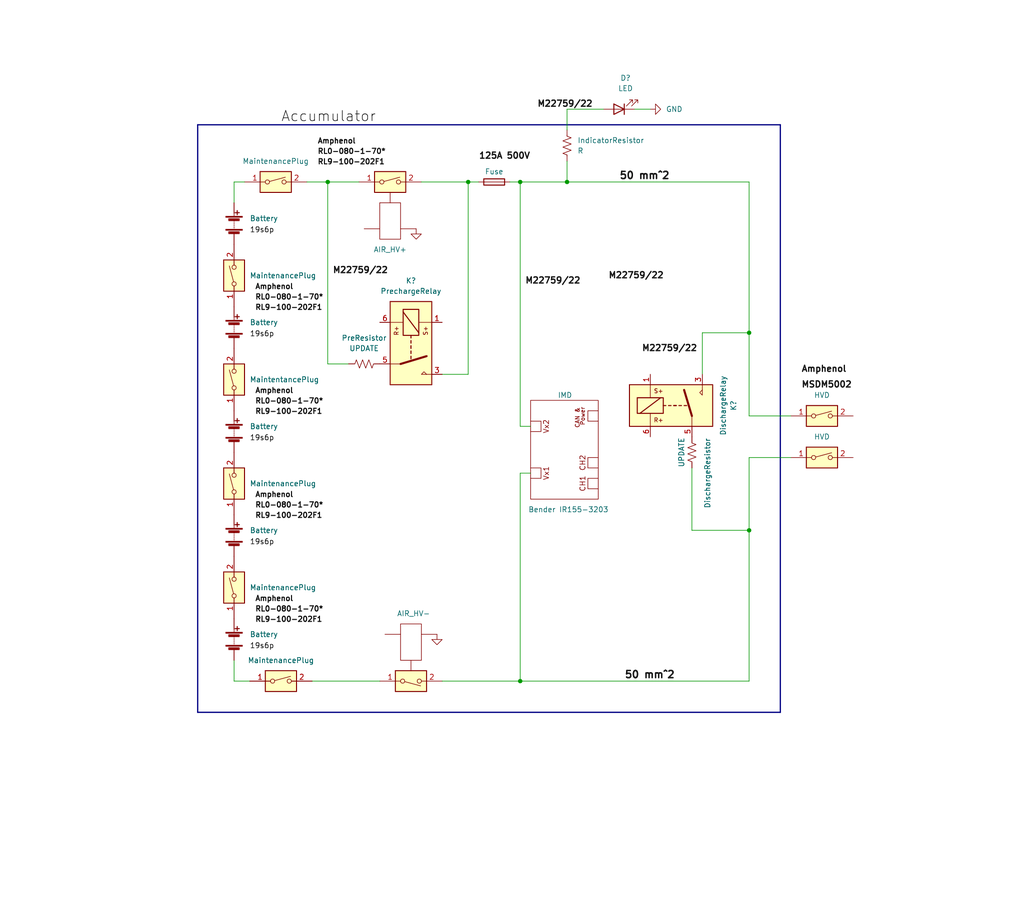
<source format=kicad_sch>
(kicad_sch (version 20211123) (generator eeschema)
  (paper "User" 250.012 224.993)
  (title_block (title "Accumulator Tractive System Schematic") (date "2023-11-10") (rev "2") (company "Rensselaer Motorsport"))
  (lib_symbols
    (symbol "Device:Battery" (pin_numbers hide) (pin_names (offset 0) hide)
      (property "Reference" "BT" (at 2.54 2.54 0))
      (property "Value" "Battery" (at 2.54 0 0))
      (symbol "Battery_0_1"
        (rectangle (start -2.032 -1.397) (end 2.032 -1.651) (fill (type outline)))
        (rectangle (start -2.032 1.778) (end 2.032 1.524) (fill (type outline)))
        (rectangle (start -1.3208 -1.9812) (end 1.27 -2.4892) (fill (type outline)))
        (rectangle (start -1.3208 1.1938) (end 1.27 0.6858) (fill (type outline)))
        (polyline (pts (xy 0 -1.524) (xy 0 -1.27)))
        (polyline (pts (xy 0 -1.016) (xy 0 -0.762)))
        (polyline (pts (xy 0 -0.508) (xy 0 -0.254)))
        (polyline (pts (xy 0 0) (xy 0 0.254)))
        (polyline (pts (xy 0 0.508) (xy 0 0.762)))
        (polyline (pts (xy 0 1.778) (xy 0 2.54)))
        (polyline (pts (xy 0.254 2.667) (xy 1.27 2.667)) (stroke (width 0.254)))
        (polyline (pts (xy 0.762 3.175) (xy 0.762 2.159)) (stroke (width 0.254)))
      )
      (symbol "Battery_1_1"
        (pin passive line (at 0 5.08 270) (length 2.54) (name "+") (number "1"))
        (pin passive line (at 0 -5.08 90) (length 2.54) (name "-") (number "2"))
      )
    )
    (symbol "Device:Fuse" (pin_numbers hide) (pin_names (offset 0))
      (property "Reference" "F" (at 2.032 0 90))
      (property "Value" "Fuse" (at -1.905 0 90))
      (symbol "Fuse_0_1"
        (rectangle (start -0.762 -2.54) (end 0.762 2.54) (stroke (width 0.254)))
        (polyline (pts (xy 0 2.54) (xy 0 -2.54)))
      )
      (symbol "Fuse_1_1"
        (pin passive line (at 0 3.81 270) (length 1.27) (name "~") (number "1"))
        (pin passive line (at 0 -3.81 90) (length 1.27) (name "~") (number "2"))
      )
    )
    (symbol "Device:LED" (pin_numbers hide) (pin_names (offset 1.016) hide)
      (property "Reference" "D" (at 0 2.54 0))
      (property "Value" "LED" (at 0 -2.54 0))
      (symbol "LED_0_1"
        (polyline (pts (xy -1.27 -1.27) (xy -1.27 1.27)) (stroke (width 0.254)))
        (polyline (pts (xy -1.27 0) (xy 1.27 0)))
        (polyline (pts (xy 1.27 -1.27) (xy 1.27 1.27) (xy -1.27 0) (xy 1.27 -1.27)) (stroke (width 0.254)))
        (polyline (pts (xy -3.048 -0.762) (xy -4.572 -2.286) (xy -3.81 -2.286) (xy -4.572 -2.286) (xy -4.572 -1.524)))
        (polyline (pts (xy -1.778 -0.762) (xy -3.302 -2.286) (xy -2.54 -2.286) (xy -3.302 -2.286) (xy -3.302 -1.524)))
      )
      (symbol "LED_1_1"
        (pin passive line (at -3.81 0 0) (length 2.54) (name "K") (number "1"))
        (pin passive line (at 3.81 0 180) (length 2.54) (name "A") (number "2"))
      )
    )
    (symbol "Device:R_US" (pin_numbers hide) (pin_names (offset 0))
      (property "Reference" "R" (at 2.54 0 90))
      (property "Value" "R_US" (at -2.54 0 90))
      (symbol "R_US_0_1"
        (polyline (pts (xy 0 -2.286) (xy 0 -2.54)))
        (polyline (pts (xy 0 2.286) (xy 0 2.54)))
        (polyline (pts (xy 0 -0.762) (xy 1.016 -1.143) (xy 0 -1.524) (xy -1.016 -1.905) (xy 0 -2.286)))
        (polyline (pts (xy 0 0.762) (xy 1.016 0.381) (xy 0 0) (xy -1.016 -0.381) (xy 0 -0.762)))
        (polyline (pts (xy 0 2.286) (xy 1.016 1.905) (xy 0 1.524) (xy -1.016 1.143) (xy 0 0.762)))
      )
      (symbol "R_US_1_1"
        (pin passive line (at 0 3.81 270) (length 1.27) (name "~") (number "1"))
        (pin passive line (at 0 -3.81 90) (length 1.27) (name "~") (number "2"))
      )
    )
    (symbol "Random:AIR_HV+" (pin_names (offset 0) hide)
      (property "Value" "AIR_HV+" (at 0 -15.24 0))
      (symbol "AIR_HV+_0_0"
        (circle (center -2.032 0) (radius 0.508))
        (polyline (pts (xy -1.524 0.127) (xy 2.3622 1.1684)))
        (circle (center 2.032 0) (radius 0.508))
      )
      (symbol "AIR_HV+_0_1"
        (rectangle (start -3.81 2.54) (end 3.81 -2.54) (stroke (width 0.254)) (fill (type background)))
        (rectangle (start -2.54 -5.08) (end 2.54 -13.97))
        (polyline (pts (xy -6.35 -11.43) (xy -2.54 -11.43)))
        (polyline (pts (xy 0 -5.08) (xy 0 -2.54)))
        (polyline (pts (xy 2.54 -11.43) (xy 6.35 -11.43)))
        (polyline (pts (xy 6.35 -11.43) (xy 6.35 -12.7) (xy 5.08 -12.7) (xy 6.35 -13.97) (xy 7.62 -12.7) (xy 6.35 -12.7)))
      )
      (symbol "AIR_HV+_1_1"
        (pin passive line (at -7.62 0 0) (length 5.08) (name "~") (number "1"))
        (pin passive line (at 7.62 0 180) (length 5.08) (name "~") (number "2"))
      )
    )
    (symbol "Random:AIR_HV-" (pin_names (offset 0) hide)
      (property "Value" "AIR_HV-" (at 0 15.24 0))
      (symbol "AIR_HV-_0_0"
        (circle (center -2.032 0) (radius 0.508))
        (polyline (pts (xy -1.524 -0.127) (xy 2.3622 -1.1684)))
        (circle (center 2.032 0) (radius 0.508))
      )
      (symbol "AIR_HV-_0_1"
        (polyline (pts (xy -2.54 11.43) (xy -6.35 11.43)))
        (polyline (pts (xy 0 5.08) (xy 0 2.54)))
        (polyline (pts (xy 6.35 11.43) (xy 2.54 11.43)))
        (polyline (pts (xy 6.35 11.43) (xy 6.35 10.16) (xy 7.62 10.16) (xy 6.35 8.89) (xy 5.08 10.16) (xy 6.35 10.16)))
        (rectangle (start 2.54 5.08) (end -2.54 13.97))
        (rectangle (start 3.81 2.54) (end -3.81 -2.54) (stroke (width 0.254)) (fill (type background)))
      )
      (symbol "AIR_HV-_1_1"
        (pin passive line (at -7.62 0 0) (length 5.08) (name "~") (number "1"))
        (pin passive line (at 7.62 0 180) (length 5.08) (name "~") (number "2"))
      )
    )
    (symbol "Random:SIM101MLQ"
      (property "Reference" "IMD" (at 1.27 13.97 90))
      (property "Value" "SIM101MLQ" (at 1.27 -19.05 90))
      (symbol "SIM101MLQ_0_0"
        (text "CAN & " (at 8.89 -2.54 0) (effects (font (size 1 1))))
        (text "CH1" (at -7.62 -3.81 0) (effects (font (size 1.27 1.27))))
        (text "CH2" (at -2.54 -3.81 0) (effects (font (size 1.27 1.27))))
        (text "Power" (at 8.89 -3.81 0) (effects (font (size 1 1))))
        (text "Vx1" (at -5.08 5.08 0) (effects (font (size 1.27 1.27))))
        (text "Vx2" (at 6.35 5.08 0) (effects (font (size 1.27 1.27))))
      )
      (symbol "SIM101MLQ_0_1"
        (rectangle (start -11.43 8.89) (end 12.7 -7.62))
        (polyline (pts (xy -8.89 -7.62) (xy -8.89 -5.08) (xy -6.35 -5.08) (xy -6.35 -7.62)))
        (polyline (pts (xy -6.35 8.89) (xy -6.35 6.35) (xy -3.81 6.35) (xy -3.81 8.89)))
        (polyline (pts (xy -3.81 -7.62) (xy -3.81 -5.08) (xy -1.27 -5.08) (xy -1.27 -7.62)))
        (polyline (pts (xy 5.08 8.89) (xy 5.08 6.35) (xy 7.62 6.35) (xy 7.62 8.89)))
        (polyline (pts (xy 10.16 -7.62) (xy 10.16 -5.08) (xy 7.62 -5.08) (xy 7.62 -7.62)))
      )
    )
    (symbol "Relay:ADW11"
      (property "Reference" "K" (at 11.43 3.81 0))
      (property "Value" "ADW11" (at 13.97 1.27 0))
      (symbol "ADW11_1_1"
        (rectangle (start -10.16 5.08) (end 10.16 -5.08) (stroke (width 0.254)) (fill (type background)))
        (rectangle (start -8.255 1.905) (end -1.905 -1.905) (stroke (width 0.254)))
        (polyline (pts (xy -7.62 -1.905) (xy -2.54 1.905)) (stroke (width 0.254)))
        (polyline (pts (xy -5.08 -5.08) (xy -5.08 -1.905)))
        (polyline (pts (xy -5.08 5.08) (xy -5.08 1.905)))
        (polyline (pts (xy -1.905 0) (xy -1.27 0)) (stroke (width 0.254)))
        (polyline (pts (xy -0.635 0) (xy 0 0)) (stroke (width 0.254)))
        (polyline (pts (xy 0.635 0) (xy 1.27 0)) (stroke (width 0.254)))
        (polyline (pts (xy 0.635 0) (xy 1.27 0)) (stroke (width 0.254)))
        (polyline (pts (xy 1.905 0) (xy 2.54 0)) (stroke (width 0.254)))
        (polyline (pts (xy 3.175 0) (xy 3.81 0)) (stroke (width 0.254)))
        (polyline (pts (xy 5.08 -2.54) (xy 3.175 3.81)) (stroke (width 0.508)))
        (polyline (pts (xy 5.08 -2.54) (xy 5.08 -5.08)))
        (polyline (pts (xy 7.62 3.81) (xy 7.62 5.08)))
        (polyline (pts (xy 7.62 3.81) (xy 7.62 2.54) (xy 6.985 3.175) (xy 7.62 3.81)))
        (text "R+" (at -3.048 -3.556 0) (effects (font (size 1.016 1.016))))
        (text "S+" (at -3.048 3.556 0) (effects (font (size 1.016 1.016))))
        (pin passive line (at -5.08 7.62 270) (length 2.54) (name "~") (number "1"))
        (pin passive line (at 7.62 7.62 270) (length 2.54) (name "~") (number "3"))
        (pin passive line (at 5.08 -7.62 90) (length 2.54) (name "~") (number "5"))
        (pin passive line (at -5.08 -7.62 90) (length 2.54) (name "~") (number "6"))
      )
    )
    (symbol "Switch:SW_DIP_x01" (pin_names (offset 0) hide)
      (property "Reference" "SW" (at 0 3.81 0))
      (property "Value" "SW_DIP_x01" (at 0 -3.81 0))
      (symbol "SW_DIP_x01_0_0"
        (circle (center -2.032 0) (radius 0.508))
        (polyline (pts (xy -1.524 0.127) (xy 2.3622 1.1684)))
        (circle (center 2.032 0) (radius 0.508))
      )
      (symbol "SW_DIP_x01_0_1"
        (rectangle (start -3.81 2.54) (end 3.81 -2.54) (stroke (width 0.254)) (fill (type background)))
      )
      (symbol "SW_DIP_x01_1_1"
        (pin passive line (at -7.62 0 0) (length 5.08) (name "~") (number "1"))
        (pin passive line (at 7.62 0 180) (length 5.08) (name "~") (number "2"))
      )
    )
    (symbol "power:GND" (power) (pin_names (offset 0))
      (property "Value" "GND" (at 0 -3.81 0))
      (symbol "GND_0_1"
        (polyline (pts (xy 0 0) (xy 0 -1.27) (xy 1.27 -1.27) (xy 0 -2.54) (xy -1.27 -1.27) (xy 0 -1.27)))
      )
      (symbol "GND_1_1"
        (pin power_in line (at 0 0 270) (length 0) hide (name "GND") (number "1"))
      )
    )
  )
  (junction (at 127 44.45))
  (junction (at 114.3 44.45))
  (junction (at 138.43 44.45))
  (junction (at 80.01 44.45))
  (junction (at 127 166.37))
  (junction (at 182.88 129.54))
  (junction (at 182.88 81.28))
  (wire (pts (xy 138.43 39.37) (xy 138.43 44.45)))
  (wire (pts (xy 168.91 129.54) (xy 182.88 129.54)))
  (wire (pts (xy 182.88 101.6) (xy 193.04 101.6)))
  (wire (pts (xy 74.93 44.45) (xy 80.01 44.45)))
  (wire (pts (xy 154.94 26.67) (xy 158.75 26.67)))
  (bus (pts (xy 190.5 173.99) (xy 48.26 173.99)))
  (wire (pts (xy 182.88 111.76) (xy 193.04 111.76)))
  (wire (pts (xy 80.01 88.9) (xy 85.09 88.9)))
  (wire (pts (xy 138.43 31.75) (xy 138.43 26.67)))
  (wire (pts (xy 168.91 114.3) (xy 168.91 129.54)))
  (wire (pts (xy 57.15 44.45) (xy 59.69 44.45)))
  (wire (pts (xy 57.15 161.29) (xy 57.15 166.37)))
  (wire (pts (xy 127 115.57) (xy 129.54 115.57)))
  (wire (pts (xy 127 115.57) (xy 127 166.37)))
  (wire (pts (xy 80.01 44.45) (xy 80.01 88.9)))
  (wire (pts (xy 138.43 26.67) (xy 147.32 26.67)))
  (wire (pts (xy 171.45 91.44) (xy 171.45 81.28)))
  (wire (pts (xy 80.01 44.45) (xy 87.63 44.45)))
  (wire (pts (xy 107.95 91.44) (xy 114.3 91.44)))
  (wire (pts (xy 138.43 44.45) (xy 182.88 44.45)))
  (wire (pts (xy 57.15 49.53) (xy 57.15 44.45)))
  (wire (pts (xy 182.88 81.28) (xy 182.88 101.6)))
  (wire (pts (xy 127 44.45) (xy 127 104.14)))
  (wire (pts (xy 76.2 166.37) (xy 92.71 166.37)))
  (wire (pts (xy 182.88 111.76) (xy 182.88 129.54)))
  (wire (pts (xy 127 104.14) (xy 129.54 104.14)))
  (wire (pts (xy 127 44.45) (xy 138.43 44.45)))
  (wire (pts (xy 57.15 166.37) (xy 60.96 166.37)))
  (wire (pts (xy 171.45 81.28) (xy 182.88 81.28)))
  (wire (pts (xy 182.88 44.45) (xy 182.88 81.28)))
  (bus (pts (xy 48.26 173.99) (xy 48.26 30.48)))
  (bus (pts (xy 190.5 30.48) (xy 190.5 173.99)))
  (wire (pts (xy 127 166.37) (xy 182.88 166.37)))
  (wire (pts (xy 114.3 44.45) (xy 114.3 91.44)))
  (wire (pts (xy 107.95 166.37) (xy 127 166.37)))
  (wire (pts (xy 102.87 44.45) (xy 114.3 44.45)))
  (wire (pts (xy 182.88 129.54) (xy 182.88 166.37)))
  (wire (pts (xy 124.46 44.45) (xy 127 44.45)))
  (bus (pts (xy 48.26 30.48) (xy 190.5 30.48)))
  (wire (pts (xy 114.3 44.45) (xy 116.84 44.45)))
  (label "RL0-080-1-70*" (at 62.23 73.66 0) (effects (font bold)))
  (label " M22759{slash}22" (at 144.78 26.67 180) (effects (font (size 1.5 1.5) (thickness 0.3) bold)))
  (label "Amphenol" (at 62.23 121.92 0) (effects (font bold)))
  (label "Accumulator" (at 68.58 30.48 0) (effects (font (size 2.5 2.5))))
  (label "Amphenol" (at 62.23 71.12 0) (effects (font bold)))
  (label "RL9-100-202F1" (at 77.47 40.64 0) (effects (font bold)))
  (label " M22759{slash}22" (at 127 69.85 0) (effects (font (size 1.5 1.5) (thickness 0.3) bold)))
  (label " M22759{slash}22 " (at 171.45 86.36 180) (effects (font (size 1.5 1.5) (thickness 0.3) bold)))
  (label "125A 500V" (at 116.84 39.37 0) (effects (font (size 1.5 1.5) (thickness 0.3) bold)))
  (label "19s6p" (at 60.96 107.95 0))
  (label "RL9-100-202F1" (at 62.23 101.6 0) (effects (font bold)))
  (label "Amphenol" (at 62.23 147.32 0) (effects (font bold)))
  (label "19s6p" (at 60.96 82.55 0))
  (label "Amphenol" (at 195.58 91.44 0) (effects (font (size 1.5 1.5) bold)))
  (label "19s6p" (at 60.96 133.35 0))
  (label "50 mm^2" (at 152.4 166.37 0) (effects (font (size 1.75 1.75) bold)))
  (label "RL9-100-202F1" (at 62.23 152.4 0) (effects (font bold)))
  (label "MSDM5002" (at 195.58 95.25 0) (effects (font (size 1.5 1.5) bold)))
  (label "19s6p" (at 60.96 57.15 0))
  (label "RL0-080-1-70*" (at 77.47 38.1 0) (effects (font bold)))
  (label "50 mm^2" (at 151.13 44.45 0) (effects (font (size 1.75 1.75) bold)))
  (label " M22759{slash}22" (at 147.32 68.58 0) (effects (font (size 1.5 1.5) (thickness 0.3) bold)))
  (label "RL0-080-1-70*" (at 62.23 149.86 0) (effects (font bold)))
  (label "RL9-100-202F1" (at 62.23 127 0) (effects (font bold)))
  (label "RL9-100-202F1" (at 62.23 76.2 0) (effects (font bold)))
  (label "Amphenol" (at 77.47 35.56 0) (effects (font bold)))
  (label "RL0-080-1-70*" (at 62.23 124.46 0) (effects (font bold)))
  (label "RL0-080-1-70*" (at 62.23 99.06 0) (effects (font bold)))
  (label "19s6p" (at 60.96 158.75 0))
  (label " M22759{slash}22" (at 80.01 67.31 0) (effects (font (size 1.5 1.5) (thickness 0.3) bold)))
  (label "Amphenol" (at 62.23 96.52 0) (effects (font bold)))
  (symbol (lib_id "Device:LED") (at 151.13 26.67 180) (unit 1)
    (property "Reference" "D?" (at 152.7175 19.05 0))
    (property "Value" "LED" (at 152.7175 21.59 0))
  )
  (symbol (lib_id "Device:R_US") (at 138.43 35.56 180) (unit 1)
    (property "Reference" "IndicatorResistor" (at 140.97 34.2899 0) (effects (justify right)))
    (property "Value" "R" (at 140.97 36.8299 0) (effects (justify right)))
  )
  (symbol (lib_id "Device:Battery") (at 57.15 80.01 0) (unit 1)
    (property "Reference" "BT?" (effects hide))
    (property "Value" "Battery" (at 60.96 78.74 0) (effects (justify left)))
  )
  (symbol (lib_id "Switch:SW_DIP_x01") (at 200.66 111.76 0) (unit 1)
    (property "Reference" "SW?" (effects hide))
    (property "Value" "HVD" (at 200.66 106.68 0))
  )
  (symbol (lib_id "Device:Fuse") (at 120.65 44.45 90) (unit 1)
    (property "Reference" "F?" (effects hide))
    (property "Value" "Fuse" (at 120.65 41.91 90))
  )
  (symbol (lib_id "Switch:SW_DIP_x01") (at 68.58 166.37 0) (unit 1)
    (property "Reference" "SW?" (effects hide))
    (property "Value" "MaintenancePlug" (at 68.58 161.29 0))
  )
  (symbol (lib_id "Device:Battery") (at 57.15 156.21 0) (unit 1)
    (property "Reference" "BT?" (effects hide))
    (property "Value" "Battery" (at 60.96 154.94 0) (effects (justify left)))
  )
  (symbol (lib_id "Device:Battery") (at 57.15 105.41 0) (unit 1)
    (property "Reference" "BT?" (effects hide))
    (property "Value" "Battery" (at 60.96 104.14 0) (effects (justify left)))
  )
  (symbol (lib_id "Random:AIR_HV-") (at 100.33 166.37 0) (unit 1)
    (property "Reference" "SW?" (effects hide))
    (property "Value" "AIR_HV-" (at 100.965 149.86 0))
  )
  (symbol (lib_id "Random:SIM101MLQ") (at 138.43 110.49 90) (unit 1)
    (property "Reference" "IMD" (at 139.7 96.52 90) (effects (justify left)))
    (property "Value" "Bender IR155-3203" (at 148.59 124.46 90) (effects (justify left)))
  )
  (symbol (lib_id "Switch:SW_DIP_x01") (at 57.15 67.31 90) (unit 1)
    (property "Reference" "SW?" (effects hide))
    (property "Value" "MaintenancePlug" (at 60.96 67.3099 90) (effects (justify right)))
    (property "Datasheet" "Amphenol" (effects hide))
  )
  (symbol (lib_id "Device:Battery") (at 57.15 54.61 0) (unit 1)
    (property "Reference" "BT?" (effects hide))
    (property "Value" "Battery" (at 60.96 53.34 0) (effects (justify left)))
  )
  (symbol (lib_id "Relay:ADW11") (at 163.83 99.06 0) (unit 1)
    (property "Reference" "K?" (at 179.07 99.06 90))
    (property "Value" "DischargeRelay" (at 176.53 99.06 90))
    (property "Footprint" "Relay_THT:Relay_1P1T_NO_10x24x18.8mm_Panasonic_ADW11xxxxW_THT" (effects hide))
    (property "Datasheet" "https://www.panasonic-electric-works.com/pew/es/downloads/ds_dw_hl_en.pdf" (effects hide))
  )
  (symbol (lib_id "Switch:SW_DIP_x01") (at 57.15 92.71 90) (unit 1)
    (property "Reference" "SW?" (effects hide))
    (property "Value" "MaintentancePlug" (at 60.96 92.7099 90) (effects (justify right)))
  )
  (symbol (lib_id "Device:R_US") (at 88.9 88.9 90) (unit 1)
    (property "Reference" "PreResistor" (at 88.9 82.55 90))
    (property "Value" "UPDATE" (at 88.9 85.09 90))
  )
  (symbol (lib_id "Switch:SW_DIP_x01") (at 200.66 101.6 0) (unit 1)
    (property "Reference" "SW?" (effects hide))
    (property "Value" "HVD" (at 200.66 96.52 0))
  )
  (symbol (lib_id "Device:R_US") (at 168.91 110.49 180) (unit 1)
    (property "Reference" "DischargeResistor" (at 172.72 115.57 90))
    (property "Value" "UPDATE" (at 166.37 110.49 90))
  )
  (symbol (lib_id "Switch:SW_DIP_x01") (at 57.15 143.51 90) (unit 1)
    (property "Reference" "SW?" (effects hide))
    (property "Value" "MaintenancePlug" (at 60.96 143.5099 90) (effects (justify right)))
  )
  (symbol (lib_id "power:GND") (at 158.75 26.67 90) (unit 1)
    (property "Reference" "#PWR?" (effects hide))
    (property "Value" "GND" (at 162.56 26.6699 90) (effects (justify right)))
  )
  (symbol (lib_id "Random:AIR_HV+") (at 95.25 44.45 0) (unit 1)
    (property "Reference" "SW?" (effects hide))
    (property "Value" "AIR_HV+" (at 95.25 60.96 0))
  )
  (symbol (lib_id "Switch:SW_DIP_x01") (at 67.31 44.45 0) (unit 1)
    (property "Reference" "SW?" (effects hide))
    (property "Value" "MaintenancePlug" (at 67.31 39.37 0))
  )
  (symbol (lib_id "Switch:SW_DIP_x01") (at 57.15 118.11 90) (unit 1)
    (property "Reference" "SW?" (effects hide))
    (property "Value" "MaintenancePlug" (at 60.96 118.1099 90) (effects (justify right)))
  )
  (symbol (lib_id "Relay:ADW11") (at 100.33 83.82 270) (unit 1)
    (property "Reference" "K?" (at 100.33 68.58 90))
    (property "Value" "PrechargeRelay" (at 100.33 71.12 90))
    (property "Footprint" "Relay_THT:Relay_1P1T_NO_10x24x18.8mm_Panasonic_ADW11xxxxW_THT" (effects hide))
    (property "Datasheet" "https://www.panasonic-electric-works.com/pew/es/downloads/ds_dw_hl_en.pdf" (effects hide))
  )
  (symbol (lib_id "Device:Battery") (at 57.15 130.81 0) (unit 1)
    (property "Reference" "BT?" (effects hide))
    (property "Value" "Battery" (at 60.96 129.54 0) (effects (justify left)))
  )
)
</source>
